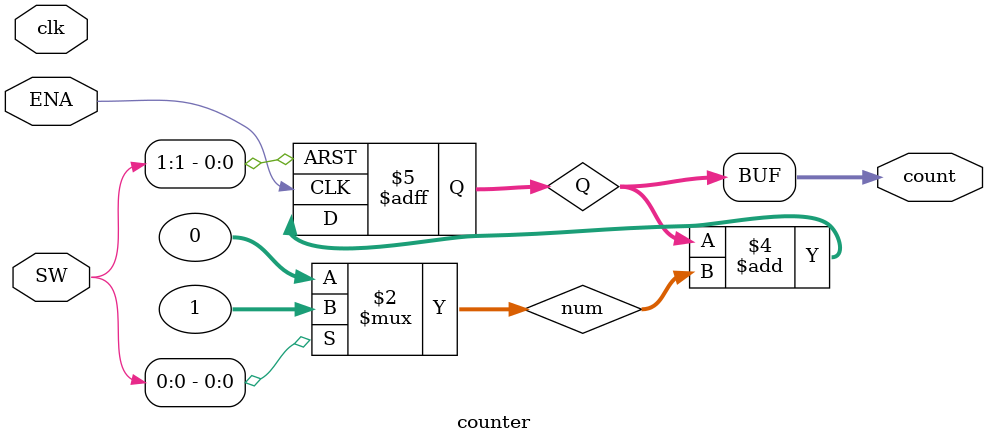
<source format=v>
module counter (input wire clk,ENA,input [17:0]SW, output[31:0]count);
	reg [31:0] Q,D;
	wire[31:0] num;
	assign num =(SW[0]!=1'b0)?1:0;
	always@(posedge ENA,posedge SW[1])
	begin
		if(SW[1])
		begin
			Q<=0;
		end
		else
			Q<=Q+num;
	end
	/*always@(posedge ENA)
		begin
			if(SW[1])
			D = 0;
			else
			D = Q+num;
		end*/
	assign count = Q;
endmodule

</source>
